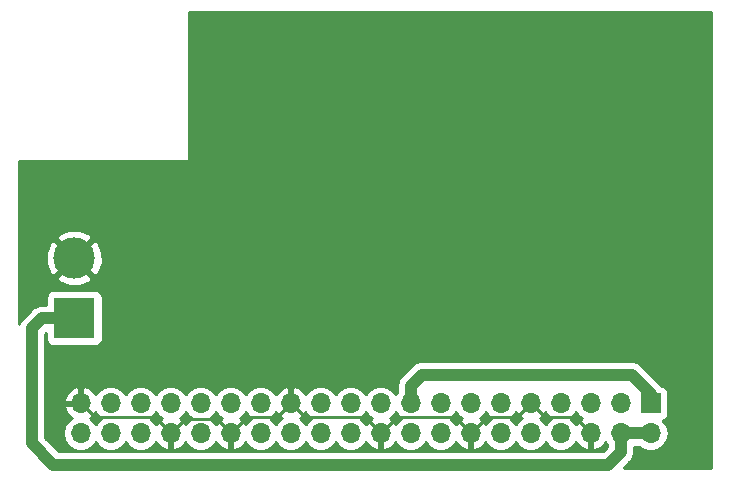
<source format=gbr>
G04 #@! TF.GenerationSoftware,KiCad,Pcbnew,(5.0.1-3-g963ef8bb5)*
G04 #@! TF.CreationDate,2018-11-19T18:06:17+01:00*
G04 #@! TF.ProjectId,wmbus_pihat,776D6275735F70696861742E6B696361,0.1*
G04 #@! TF.SameCoordinates,Original*
G04 #@! TF.FileFunction,Copper,L2,Bot,Signal*
G04 #@! TF.FilePolarity,Positive*
%FSLAX46Y46*%
G04 Gerber Fmt 4.6, Leading zero omitted, Abs format (unit mm)*
G04 Created by KiCad (PCBNEW (5.0.1-3-g963ef8bb5)) date Monday 19 November 2018 at 18:06:17*
%MOMM*%
%LPD*%
G01*
G04 APERTURE LIST*
G04 #@! TA.AperFunction,ComponentPad*
%ADD10R,3.500120X3.500120*%
G04 #@! TD*
G04 #@! TA.AperFunction,ComponentPad*
%ADD11C,3.500120*%
G04 #@! TD*
G04 #@! TA.AperFunction,ComponentPad*
%ADD12R,1.700000X1.700000*%
G04 #@! TD*
G04 #@! TA.AperFunction,ComponentPad*
%ADD13O,1.700000X1.700000*%
G04 #@! TD*
G04 #@! TA.AperFunction,Conductor*
%ADD14C,1.000000*%
G04 #@! TD*
G04 #@! TA.AperFunction,Conductor*
%ADD15C,0.250000*%
G04 #@! TD*
G04 #@! TA.AperFunction,Conductor*
%ADD16C,0.254000*%
G04 #@! TD*
G04 APERTURE END LIST*
D10*
G04 #@! TO.P,J2,1*
G04 #@! TO.N,+5V*
X22400000Y-43600000D03*
D11*
G04 #@! TO.P,J2,2*
G04 #@! TO.N,GND*
X22400000Y-38520000D03*
G04 #@! TD*
D12*
G04 #@! TO.P,J3,1*
G04 #@! TO.N,+3V3*
X71200000Y-50800000D03*
D13*
G04 #@! TO.P,J3,2*
G04 #@! TO.N,+5V*
X71200000Y-53340000D03*
G04 #@! TO.P,J3,3*
G04 #@! TO.N,Net-(J3-Pad3)*
X68660000Y-50800000D03*
G04 #@! TO.P,J3,4*
G04 #@! TO.N,+5V*
X68660000Y-53340000D03*
G04 #@! TO.P,J3,5*
G04 #@! TO.N,Net-(J3-Pad5)*
X66120000Y-50800000D03*
G04 #@! TO.P,J3,6*
G04 #@! TO.N,GND*
X66120000Y-53340000D03*
G04 #@! TO.P,J3,7*
G04 #@! TO.N,Net-(J3-Pad7)*
X63580000Y-50800000D03*
G04 #@! TO.P,J3,8*
G04 #@! TO.N,Net-(J3-Pad8)*
X63580000Y-53340000D03*
G04 #@! TO.P,J3,9*
G04 #@! TO.N,GND*
X61040000Y-50800000D03*
G04 #@! TO.P,J3,10*
G04 #@! TO.N,Net-(J3-Pad10)*
X61040000Y-53340000D03*
G04 #@! TO.P,J3,11*
G04 #@! TO.N,Net-(J3-Pad11)*
X58500000Y-50800000D03*
G04 #@! TO.P,J3,12*
G04 #@! TO.N,Net-(J3-Pad12)*
X58500000Y-53340000D03*
G04 #@! TO.P,J3,13*
G04 #@! TO.N,Net-(J3-Pad13)*
X55960000Y-50800000D03*
G04 #@! TO.P,J3,14*
G04 #@! TO.N,GND*
X55960000Y-53340000D03*
G04 #@! TO.P,J3,15*
G04 #@! TO.N,Net-(J3-Pad15)*
X53420000Y-50800000D03*
G04 #@! TO.P,J3,16*
G04 #@! TO.N,Net-(J3-Pad16)*
X53420000Y-53340000D03*
G04 #@! TO.P,J3,17*
G04 #@! TO.N,+3V3*
X50880000Y-50800000D03*
G04 #@! TO.P,J3,18*
G04 #@! TO.N,Net-(J3-Pad18)*
X50880000Y-53340000D03*
G04 #@! TO.P,J3,19*
G04 #@! TO.N,Net-(J3-Pad19)*
X48340000Y-50800000D03*
G04 #@! TO.P,J3,20*
G04 #@! TO.N,GND*
X48340000Y-53340000D03*
G04 #@! TO.P,J3,21*
G04 #@! TO.N,Net-(J3-Pad21)*
X45800000Y-50800000D03*
G04 #@! TO.P,J3,22*
G04 #@! TO.N,Net-(J3-Pad22)*
X45800000Y-53340000D03*
G04 #@! TO.P,J3,23*
G04 #@! TO.N,Net-(J3-Pad23)*
X43260000Y-50800000D03*
G04 #@! TO.P,J3,24*
G04 #@! TO.N,Net-(J3-Pad24)*
X43260000Y-53340000D03*
G04 #@! TO.P,J3,25*
G04 #@! TO.N,GND*
X40720000Y-50800000D03*
G04 #@! TO.P,J3,26*
G04 #@! TO.N,Net-(J3-Pad26)*
X40720000Y-53340000D03*
G04 #@! TO.P,J3,27*
G04 #@! TO.N,Net-(J3-Pad27)*
X38180000Y-50800000D03*
G04 #@! TO.P,J3,28*
G04 #@! TO.N,Net-(J3-Pad28)*
X38180000Y-53340000D03*
G04 #@! TO.P,J3,29*
G04 #@! TO.N,Net-(J3-Pad29)*
X35640000Y-50800000D03*
G04 #@! TO.P,J3,30*
G04 #@! TO.N,GND*
X35640000Y-53340000D03*
G04 #@! TO.P,J3,31*
G04 #@! TO.N,Net-(J3-Pad31)*
X33100000Y-50800000D03*
G04 #@! TO.P,J3,32*
G04 #@! TO.N,Net-(J3-Pad32)*
X33100000Y-53340000D03*
G04 #@! TO.P,J3,33*
G04 #@! TO.N,Net-(J3-Pad33)*
X30560000Y-50800000D03*
G04 #@! TO.P,J3,34*
G04 #@! TO.N,GND*
X30560000Y-53340000D03*
G04 #@! TO.P,J3,35*
G04 #@! TO.N,Net-(J3-Pad35)*
X28020000Y-50800000D03*
G04 #@! TO.P,J3,36*
G04 #@! TO.N,Net-(J3-Pad36)*
X28020000Y-53340000D03*
G04 #@! TO.P,J3,37*
G04 #@! TO.N,Net-(J3-Pad37)*
X25480000Y-50800000D03*
G04 #@! TO.P,J3,38*
G04 #@! TO.N,Net-(J3-Pad38)*
X25480000Y-53340000D03*
G04 #@! TO.P,J3,39*
G04 #@! TO.N,GND*
X22940000Y-50800000D03*
G04 #@! TO.P,J3,40*
G04 #@! TO.N,Net-(J3-Pad40)*
X22940000Y-53340000D03*
G04 #@! TD*
D14*
G04 #@! TO.N,+3V3*
X50880000Y-49320000D02*
X50880000Y-50800000D01*
X51800000Y-48400000D02*
X50880000Y-49320000D01*
X71200000Y-50000000D02*
X69600000Y-48400000D01*
X69600000Y-48400000D02*
X51800000Y-48400000D01*
X71200000Y-50800000D02*
X71200000Y-50000000D01*
D15*
G04 #@! TO.N,GND*
X22940000Y-50800000D02*
X22940000Y-48460000D01*
X22940000Y-48460000D02*
X25400000Y-46000000D01*
X25400000Y-41520000D02*
X22400000Y-38520000D01*
X25400000Y-46000000D02*
X25400000Y-41520000D01*
X61889999Y-51649999D02*
X61040000Y-50800000D01*
X62215001Y-51975001D02*
X61889999Y-51649999D01*
X64755001Y-51975001D02*
X62215001Y-51975001D01*
X66120000Y-53340000D02*
X64755001Y-51975001D01*
X56809999Y-52490001D02*
X55960000Y-53340000D01*
X57324999Y-51975001D02*
X56809999Y-52490001D01*
X59864999Y-51975001D02*
X57324999Y-51975001D01*
X61040000Y-50800000D02*
X59864999Y-51975001D01*
X49189999Y-52490001D02*
X48340000Y-53340000D01*
X49704999Y-51975001D02*
X49189999Y-52490001D01*
X54595001Y-51975001D02*
X49704999Y-51975001D01*
X55960000Y-53340000D02*
X54595001Y-51975001D01*
X41569999Y-51649999D02*
X40720000Y-50800000D01*
X41895001Y-51975001D02*
X41569999Y-51649999D01*
X46975001Y-51975001D02*
X41895001Y-51975001D01*
X48340000Y-53340000D02*
X46975001Y-51975001D01*
X36489999Y-52490001D02*
X35640000Y-53340000D01*
X37004999Y-51975001D02*
X36489999Y-52490001D01*
X39544999Y-51975001D02*
X37004999Y-51975001D01*
X40720000Y-50800000D02*
X39544999Y-51975001D01*
X31735001Y-52164999D02*
X31409999Y-52490001D01*
X34464999Y-52164999D02*
X31735001Y-52164999D01*
X31409999Y-52490001D02*
X30560000Y-53340000D01*
X35640000Y-53340000D02*
X34464999Y-52164999D01*
X29195001Y-51975001D02*
X29710001Y-52490001D01*
X29710001Y-52490001D02*
X30560000Y-53340000D01*
X24115001Y-51975001D02*
X29195001Y-51975001D01*
X22940000Y-50800000D02*
X24115001Y-51975001D01*
D14*
G04 #@! TO.N,+5V*
X19649940Y-43600000D02*
X18800000Y-44449940D01*
X22400000Y-43600000D02*
X19649940Y-43600000D01*
X18800000Y-44449940D02*
X18800000Y-54200000D01*
X18800000Y-54200000D02*
X20600000Y-56000000D01*
X20600000Y-56000000D02*
X67600000Y-56000000D01*
X68660000Y-54940000D02*
X68660000Y-53340000D01*
X67600000Y-56000000D02*
X68660000Y-54940000D01*
X68660000Y-53340000D02*
X71200000Y-53340000D01*
G04 #@! TD*
D16*
G04 #@! TO.N,GND*
G36*
X76290001Y-56290000D02*
X68915131Y-56290000D01*
X69383521Y-55821611D01*
X69478289Y-55758289D01*
X69729146Y-55382855D01*
X69795000Y-55051783D01*
X69795000Y-55051782D01*
X69817235Y-54940001D01*
X69795000Y-54828219D01*
X69795000Y-54475000D01*
X70225719Y-54475000D01*
X70620582Y-54738839D01*
X71053744Y-54825000D01*
X71346256Y-54825000D01*
X71779418Y-54738839D01*
X72270625Y-54410625D01*
X72598839Y-53919418D01*
X72714092Y-53340000D01*
X72598839Y-52760582D01*
X72270625Y-52269375D01*
X72252381Y-52257184D01*
X72297765Y-52248157D01*
X72507809Y-52107809D01*
X72648157Y-51897765D01*
X72697440Y-51650000D01*
X72697440Y-49950000D01*
X72648157Y-49702235D01*
X72507809Y-49492191D01*
X72297765Y-49351843D01*
X72106554Y-49313809D01*
X72018289Y-49181711D01*
X71923521Y-49118389D01*
X70481613Y-47676482D01*
X70418289Y-47581711D01*
X70042855Y-47330854D01*
X69711783Y-47265000D01*
X69600000Y-47242765D01*
X69488217Y-47265000D01*
X51911781Y-47265000D01*
X51799999Y-47242765D01*
X51688217Y-47265000D01*
X51357145Y-47330854D01*
X50981711Y-47581711D01*
X50918391Y-47676477D01*
X50156481Y-48438388D01*
X50061711Y-48501711D01*
X49810855Y-48877145D01*
X49810854Y-48877146D01*
X49722765Y-49320000D01*
X49745000Y-49431783D01*
X49745000Y-49825719D01*
X49610000Y-50027761D01*
X49410625Y-49729375D01*
X48919418Y-49401161D01*
X48486256Y-49315000D01*
X48193744Y-49315000D01*
X47760582Y-49401161D01*
X47269375Y-49729375D01*
X47070000Y-50027761D01*
X46870625Y-49729375D01*
X46379418Y-49401161D01*
X45946256Y-49315000D01*
X45653744Y-49315000D01*
X45220582Y-49401161D01*
X44729375Y-49729375D01*
X44530000Y-50027761D01*
X44330625Y-49729375D01*
X43839418Y-49401161D01*
X43406256Y-49315000D01*
X43113744Y-49315000D01*
X42680582Y-49401161D01*
X42189375Y-49729375D01*
X41976157Y-50048478D01*
X41915183Y-49918642D01*
X41486924Y-49528355D01*
X41076890Y-49358524D01*
X40847000Y-49479845D01*
X40847000Y-50673000D01*
X40867000Y-50673000D01*
X40867000Y-50927000D01*
X40847000Y-50927000D01*
X40847000Y-50947000D01*
X40593000Y-50947000D01*
X40593000Y-50927000D01*
X40573000Y-50927000D01*
X40573000Y-50673000D01*
X40593000Y-50673000D01*
X40593000Y-49479845D01*
X40363110Y-49358524D01*
X39953076Y-49528355D01*
X39524817Y-49918642D01*
X39463843Y-50048478D01*
X39250625Y-49729375D01*
X38759418Y-49401161D01*
X38326256Y-49315000D01*
X38033744Y-49315000D01*
X37600582Y-49401161D01*
X37109375Y-49729375D01*
X36910000Y-50027761D01*
X36710625Y-49729375D01*
X36219418Y-49401161D01*
X35786256Y-49315000D01*
X35493744Y-49315000D01*
X35060582Y-49401161D01*
X34569375Y-49729375D01*
X34370000Y-50027761D01*
X34170625Y-49729375D01*
X33679418Y-49401161D01*
X33246256Y-49315000D01*
X32953744Y-49315000D01*
X32520582Y-49401161D01*
X32029375Y-49729375D01*
X31830000Y-50027761D01*
X31630625Y-49729375D01*
X31139418Y-49401161D01*
X30706256Y-49315000D01*
X30413744Y-49315000D01*
X29980582Y-49401161D01*
X29489375Y-49729375D01*
X29290000Y-50027761D01*
X29090625Y-49729375D01*
X28599418Y-49401161D01*
X28166256Y-49315000D01*
X27873744Y-49315000D01*
X27440582Y-49401161D01*
X26949375Y-49729375D01*
X26750000Y-50027761D01*
X26550625Y-49729375D01*
X26059418Y-49401161D01*
X25626256Y-49315000D01*
X25333744Y-49315000D01*
X24900582Y-49401161D01*
X24409375Y-49729375D01*
X24196157Y-50048478D01*
X24135183Y-49918642D01*
X23706924Y-49528355D01*
X23296890Y-49358524D01*
X23067000Y-49479845D01*
X23067000Y-50673000D01*
X23087000Y-50673000D01*
X23087000Y-50927000D01*
X23067000Y-50927000D01*
X23067000Y-50947000D01*
X22813000Y-50947000D01*
X22813000Y-50927000D01*
X21619181Y-50927000D01*
X21498514Y-51156892D01*
X21744817Y-51681358D01*
X22169786Y-52068647D01*
X21869375Y-52269375D01*
X21541161Y-52760582D01*
X21425908Y-53340000D01*
X21541161Y-53919418D01*
X21869375Y-54410625D01*
X22360582Y-54738839D01*
X22793744Y-54825000D01*
X23086256Y-54825000D01*
X23519418Y-54738839D01*
X24010625Y-54410625D01*
X24210000Y-54112239D01*
X24409375Y-54410625D01*
X24900582Y-54738839D01*
X25333744Y-54825000D01*
X25626256Y-54825000D01*
X26059418Y-54738839D01*
X26550625Y-54410625D01*
X26750000Y-54112239D01*
X26949375Y-54410625D01*
X27440582Y-54738839D01*
X27873744Y-54825000D01*
X28166256Y-54825000D01*
X28599418Y-54738839D01*
X29090625Y-54410625D01*
X29303843Y-54091522D01*
X29364817Y-54221358D01*
X29793076Y-54611645D01*
X30203110Y-54781476D01*
X30433000Y-54660155D01*
X30433000Y-53467000D01*
X30413000Y-53467000D01*
X30413000Y-53213000D01*
X30433000Y-53213000D01*
X30433000Y-53193000D01*
X30687000Y-53193000D01*
X30687000Y-53213000D01*
X30707000Y-53213000D01*
X30707000Y-53467000D01*
X30687000Y-53467000D01*
X30687000Y-54660155D01*
X30916890Y-54781476D01*
X31326924Y-54611645D01*
X31755183Y-54221358D01*
X31816157Y-54091522D01*
X32029375Y-54410625D01*
X32520582Y-54738839D01*
X32953744Y-54825000D01*
X33246256Y-54825000D01*
X33679418Y-54738839D01*
X34170625Y-54410625D01*
X34383843Y-54091522D01*
X34444817Y-54221358D01*
X34873076Y-54611645D01*
X35283110Y-54781476D01*
X35513000Y-54660155D01*
X35513000Y-53467000D01*
X35493000Y-53467000D01*
X35493000Y-53213000D01*
X35513000Y-53213000D01*
X35513000Y-53193000D01*
X35767000Y-53193000D01*
X35767000Y-53213000D01*
X35787000Y-53213000D01*
X35787000Y-53467000D01*
X35767000Y-53467000D01*
X35767000Y-54660155D01*
X35996890Y-54781476D01*
X36406924Y-54611645D01*
X36835183Y-54221358D01*
X36896157Y-54091522D01*
X37109375Y-54410625D01*
X37600582Y-54738839D01*
X38033744Y-54825000D01*
X38326256Y-54825000D01*
X38759418Y-54738839D01*
X39250625Y-54410625D01*
X39450000Y-54112239D01*
X39649375Y-54410625D01*
X40140582Y-54738839D01*
X40573744Y-54825000D01*
X40866256Y-54825000D01*
X41299418Y-54738839D01*
X41790625Y-54410625D01*
X41990000Y-54112239D01*
X42189375Y-54410625D01*
X42680582Y-54738839D01*
X43113744Y-54825000D01*
X43406256Y-54825000D01*
X43839418Y-54738839D01*
X44330625Y-54410625D01*
X44530000Y-54112239D01*
X44729375Y-54410625D01*
X45220582Y-54738839D01*
X45653744Y-54825000D01*
X45946256Y-54825000D01*
X46379418Y-54738839D01*
X46870625Y-54410625D01*
X47083843Y-54091522D01*
X47144817Y-54221358D01*
X47573076Y-54611645D01*
X47983110Y-54781476D01*
X48213000Y-54660155D01*
X48213000Y-53467000D01*
X48193000Y-53467000D01*
X48193000Y-53213000D01*
X48213000Y-53213000D01*
X48213000Y-53193000D01*
X48467000Y-53193000D01*
X48467000Y-53213000D01*
X48487000Y-53213000D01*
X48487000Y-53467000D01*
X48467000Y-53467000D01*
X48467000Y-54660155D01*
X48696890Y-54781476D01*
X49106924Y-54611645D01*
X49535183Y-54221358D01*
X49596157Y-54091522D01*
X49809375Y-54410625D01*
X50300582Y-54738839D01*
X50733744Y-54825000D01*
X51026256Y-54825000D01*
X51459418Y-54738839D01*
X51950625Y-54410625D01*
X52150000Y-54112239D01*
X52349375Y-54410625D01*
X52840582Y-54738839D01*
X53273744Y-54825000D01*
X53566256Y-54825000D01*
X53999418Y-54738839D01*
X54490625Y-54410625D01*
X54703843Y-54091522D01*
X54764817Y-54221358D01*
X55193076Y-54611645D01*
X55603110Y-54781476D01*
X55833000Y-54660155D01*
X55833000Y-53467000D01*
X55813000Y-53467000D01*
X55813000Y-53213000D01*
X55833000Y-53213000D01*
X55833000Y-53193000D01*
X56087000Y-53193000D01*
X56087000Y-53213000D01*
X56107000Y-53213000D01*
X56107000Y-53467000D01*
X56087000Y-53467000D01*
X56087000Y-54660155D01*
X56316890Y-54781476D01*
X56726924Y-54611645D01*
X57155183Y-54221358D01*
X57216157Y-54091522D01*
X57429375Y-54410625D01*
X57920582Y-54738839D01*
X58353744Y-54825000D01*
X58646256Y-54825000D01*
X59079418Y-54738839D01*
X59570625Y-54410625D01*
X59770000Y-54112239D01*
X59969375Y-54410625D01*
X60460582Y-54738839D01*
X60893744Y-54825000D01*
X61186256Y-54825000D01*
X61619418Y-54738839D01*
X62110625Y-54410625D01*
X62310000Y-54112239D01*
X62509375Y-54410625D01*
X63000582Y-54738839D01*
X63433744Y-54825000D01*
X63726256Y-54825000D01*
X64159418Y-54738839D01*
X64650625Y-54410625D01*
X64863843Y-54091522D01*
X64924817Y-54221358D01*
X65353076Y-54611645D01*
X65763110Y-54781476D01*
X65993000Y-54660155D01*
X65993000Y-53467000D01*
X65973000Y-53467000D01*
X65973000Y-53213000D01*
X65993000Y-53213000D01*
X65993000Y-53193000D01*
X66247000Y-53193000D01*
X66247000Y-53213000D01*
X66267000Y-53213000D01*
X66267000Y-53467000D01*
X66247000Y-53467000D01*
X66247000Y-54660155D01*
X66476890Y-54781476D01*
X66886924Y-54611645D01*
X67315183Y-54221358D01*
X67376157Y-54091522D01*
X67525000Y-54314281D01*
X67525000Y-54469868D01*
X67129869Y-54865000D01*
X21070132Y-54865000D01*
X19935000Y-53729869D01*
X19935000Y-50443108D01*
X21498514Y-50443108D01*
X21619181Y-50673000D01*
X22813000Y-50673000D01*
X22813000Y-49479845D01*
X22583110Y-49358524D01*
X22173076Y-49528355D01*
X21744817Y-49918642D01*
X21498514Y-50443108D01*
X19935000Y-50443108D01*
X19935000Y-44920071D01*
X20002500Y-44852571D01*
X20002500Y-45350060D01*
X20051783Y-45597825D01*
X20192131Y-45807869D01*
X20402175Y-45948217D01*
X20649940Y-45997500D01*
X24150060Y-45997500D01*
X24397825Y-45948217D01*
X24607869Y-45807869D01*
X24748217Y-45597825D01*
X24797500Y-45350060D01*
X24797500Y-41849940D01*
X24748217Y-41602175D01*
X24607869Y-41392131D01*
X24397825Y-41251783D01*
X24150060Y-41202500D01*
X20649940Y-41202500D01*
X20402175Y-41251783D01*
X20192131Y-41392131D01*
X20051783Y-41602175D01*
X20002500Y-41849940D01*
X20002500Y-42465000D01*
X19761723Y-42465000D01*
X19649940Y-42442765D01*
X19538157Y-42465000D01*
X19207085Y-42530854D01*
X18831651Y-42781711D01*
X18768329Y-42876479D01*
X18076481Y-43568327D01*
X17981711Y-43631651D01*
X17730855Y-44007085D01*
X17730854Y-44007086D01*
X17710000Y-44111926D01*
X17710000Y-40214571D01*
X20885034Y-40214571D01*
X21075328Y-40559319D01*
X21956576Y-40911015D01*
X22905332Y-40898701D01*
X23724672Y-40559319D01*
X23914966Y-40214571D01*
X22400000Y-38699605D01*
X20885034Y-40214571D01*
X17710000Y-40214571D01*
X17710000Y-38076576D01*
X20008985Y-38076576D01*
X20021299Y-39025332D01*
X20360681Y-39844672D01*
X20705429Y-40034966D01*
X22220395Y-38520000D01*
X22579605Y-38520000D01*
X24094571Y-40034966D01*
X24439319Y-39844672D01*
X24791015Y-38963424D01*
X24778701Y-38014668D01*
X24439319Y-37195328D01*
X24094571Y-37005034D01*
X22579605Y-38520000D01*
X22220395Y-38520000D01*
X20705429Y-37005034D01*
X20360681Y-37195328D01*
X20008985Y-38076576D01*
X17710000Y-38076576D01*
X17710000Y-36825429D01*
X20885034Y-36825429D01*
X22400000Y-38340395D01*
X23914966Y-36825429D01*
X23724672Y-36480681D01*
X22843424Y-36128985D01*
X21894668Y-36141299D01*
X21075328Y-36480681D01*
X20885034Y-36825429D01*
X17710000Y-36825429D01*
X17710000Y-30327000D01*
X32000000Y-30327000D01*
X32048601Y-30317333D01*
X32089803Y-30289803D01*
X32117333Y-30248601D01*
X32127000Y-30200000D01*
X32127000Y-17710000D01*
X76290000Y-17710000D01*
X76290001Y-56290000D01*
X76290001Y-56290000D01*
G37*
X76290001Y-56290000D02*
X68915131Y-56290000D01*
X69383521Y-55821611D01*
X69478289Y-55758289D01*
X69729146Y-55382855D01*
X69795000Y-55051783D01*
X69795000Y-55051782D01*
X69817235Y-54940001D01*
X69795000Y-54828219D01*
X69795000Y-54475000D01*
X70225719Y-54475000D01*
X70620582Y-54738839D01*
X71053744Y-54825000D01*
X71346256Y-54825000D01*
X71779418Y-54738839D01*
X72270625Y-54410625D01*
X72598839Y-53919418D01*
X72714092Y-53340000D01*
X72598839Y-52760582D01*
X72270625Y-52269375D01*
X72252381Y-52257184D01*
X72297765Y-52248157D01*
X72507809Y-52107809D01*
X72648157Y-51897765D01*
X72697440Y-51650000D01*
X72697440Y-49950000D01*
X72648157Y-49702235D01*
X72507809Y-49492191D01*
X72297765Y-49351843D01*
X72106554Y-49313809D01*
X72018289Y-49181711D01*
X71923521Y-49118389D01*
X70481613Y-47676482D01*
X70418289Y-47581711D01*
X70042855Y-47330854D01*
X69711783Y-47265000D01*
X69600000Y-47242765D01*
X69488217Y-47265000D01*
X51911781Y-47265000D01*
X51799999Y-47242765D01*
X51688217Y-47265000D01*
X51357145Y-47330854D01*
X50981711Y-47581711D01*
X50918391Y-47676477D01*
X50156481Y-48438388D01*
X50061711Y-48501711D01*
X49810855Y-48877145D01*
X49810854Y-48877146D01*
X49722765Y-49320000D01*
X49745000Y-49431783D01*
X49745000Y-49825719D01*
X49610000Y-50027761D01*
X49410625Y-49729375D01*
X48919418Y-49401161D01*
X48486256Y-49315000D01*
X48193744Y-49315000D01*
X47760582Y-49401161D01*
X47269375Y-49729375D01*
X47070000Y-50027761D01*
X46870625Y-49729375D01*
X46379418Y-49401161D01*
X45946256Y-49315000D01*
X45653744Y-49315000D01*
X45220582Y-49401161D01*
X44729375Y-49729375D01*
X44530000Y-50027761D01*
X44330625Y-49729375D01*
X43839418Y-49401161D01*
X43406256Y-49315000D01*
X43113744Y-49315000D01*
X42680582Y-49401161D01*
X42189375Y-49729375D01*
X41976157Y-50048478D01*
X41915183Y-49918642D01*
X41486924Y-49528355D01*
X41076890Y-49358524D01*
X40847000Y-49479845D01*
X40847000Y-50673000D01*
X40867000Y-50673000D01*
X40867000Y-50927000D01*
X40847000Y-50927000D01*
X40847000Y-50947000D01*
X40593000Y-50947000D01*
X40593000Y-50927000D01*
X40573000Y-50927000D01*
X40573000Y-50673000D01*
X40593000Y-50673000D01*
X40593000Y-49479845D01*
X40363110Y-49358524D01*
X39953076Y-49528355D01*
X39524817Y-49918642D01*
X39463843Y-50048478D01*
X39250625Y-49729375D01*
X38759418Y-49401161D01*
X38326256Y-49315000D01*
X38033744Y-49315000D01*
X37600582Y-49401161D01*
X37109375Y-49729375D01*
X36910000Y-50027761D01*
X36710625Y-49729375D01*
X36219418Y-49401161D01*
X35786256Y-49315000D01*
X35493744Y-49315000D01*
X35060582Y-49401161D01*
X34569375Y-49729375D01*
X34370000Y-50027761D01*
X34170625Y-49729375D01*
X33679418Y-49401161D01*
X33246256Y-49315000D01*
X32953744Y-49315000D01*
X32520582Y-49401161D01*
X32029375Y-49729375D01*
X31830000Y-50027761D01*
X31630625Y-49729375D01*
X31139418Y-49401161D01*
X30706256Y-49315000D01*
X30413744Y-49315000D01*
X29980582Y-49401161D01*
X29489375Y-49729375D01*
X29290000Y-50027761D01*
X29090625Y-49729375D01*
X28599418Y-49401161D01*
X28166256Y-49315000D01*
X27873744Y-49315000D01*
X27440582Y-49401161D01*
X26949375Y-49729375D01*
X26750000Y-50027761D01*
X26550625Y-49729375D01*
X26059418Y-49401161D01*
X25626256Y-49315000D01*
X25333744Y-49315000D01*
X24900582Y-49401161D01*
X24409375Y-49729375D01*
X24196157Y-50048478D01*
X24135183Y-49918642D01*
X23706924Y-49528355D01*
X23296890Y-49358524D01*
X23067000Y-49479845D01*
X23067000Y-50673000D01*
X23087000Y-50673000D01*
X23087000Y-50927000D01*
X23067000Y-50927000D01*
X23067000Y-50947000D01*
X22813000Y-50947000D01*
X22813000Y-50927000D01*
X21619181Y-50927000D01*
X21498514Y-51156892D01*
X21744817Y-51681358D01*
X22169786Y-52068647D01*
X21869375Y-52269375D01*
X21541161Y-52760582D01*
X21425908Y-53340000D01*
X21541161Y-53919418D01*
X21869375Y-54410625D01*
X22360582Y-54738839D01*
X22793744Y-54825000D01*
X23086256Y-54825000D01*
X23519418Y-54738839D01*
X24010625Y-54410625D01*
X24210000Y-54112239D01*
X24409375Y-54410625D01*
X24900582Y-54738839D01*
X25333744Y-54825000D01*
X25626256Y-54825000D01*
X26059418Y-54738839D01*
X26550625Y-54410625D01*
X26750000Y-54112239D01*
X26949375Y-54410625D01*
X27440582Y-54738839D01*
X27873744Y-54825000D01*
X28166256Y-54825000D01*
X28599418Y-54738839D01*
X29090625Y-54410625D01*
X29303843Y-54091522D01*
X29364817Y-54221358D01*
X29793076Y-54611645D01*
X30203110Y-54781476D01*
X30433000Y-54660155D01*
X30433000Y-53467000D01*
X30413000Y-53467000D01*
X30413000Y-53213000D01*
X30433000Y-53213000D01*
X30433000Y-53193000D01*
X30687000Y-53193000D01*
X30687000Y-53213000D01*
X30707000Y-53213000D01*
X30707000Y-53467000D01*
X30687000Y-53467000D01*
X30687000Y-54660155D01*
X30916890Y-54781476D01*
X31326924Y-54611645D01*
X31755183Y-54221358D01*
X31816157Y-54091522D01*
X32029375Y-54410625D01*
X32520582Y-54738839D01*
X32953744Y-54825000D01*
X33246256Y-54825000D01*
X33679418Y-54738839D01*
X34170625Y-54410625D01*
X34383843Y-54091522D01*
X34444817Y-54221358D01*
X34873076Y-54611645D01*
X35283110Y-54781476D01*
X35513000Y-54660155D01*
X35513000Y-53467000D01*
X35493000Y-53467000D01*
X35493000Y-53213000D01*
X35513000Y-53213000D01*
X35513000Y-53193000D01*
X35767000Y-53193000D01*
X35767000Y-53213000D01*
X35787000Y-53213000D01*
X35787000Y-53467000D01*
X35767000Y-53467000D01*
X35767000Y-54660155D01*
X35996890Y-54781476D01*
X36406924Y-54611645D01*
X36835183Y-54221358D01*
X36896157Y-54091522D01*
X37109375Y-54410625D01*
X37600582Y-54738839D01*
X38033744Y-54825000D01*
X38326256Y-54825000D01*
X38759418Y-54738839D01*
X39250625Y-54410625D01*
X39450000Y-54112239D01*
X39649375Y-54410625D01*
X40140582Y-54738839D01*
X40573744Y-54825000D01*
X40866256Y-54825000D01*
X41299418Y-54738839D01*
X41790625Y-54410625D01*
X41990000Y-54112239D01*
X42189375Y-54410625D01*
X42680582Y-54738839D01*
X43113744Y-54825000D01*
X43406256Y-54825000D01*
X43839418Y-54738839D01*
X44330625Y-54410625D01*
X44530000Y-54112239D01*
X44729375Y-54410625D01*
X45220582Y-54738839D01*
X45653744Y-54825000D01*
X45946256Y-54825000D01*
X46379418Y-54738839D01*
X46870625Y-54410625D01*
X47083843Y-54091522D01*
X47144817Y-54221358D01*
X47573076Y-54611645D01*
X47983110Y-54781476D01*
X48213000Y-54660155D01*
X48213000Y-53467000D01*
X48193000Y-53467000D01*
X48193000Y-53213000D01*
X48213000Y-53213000D01*
X48213000Y-53193000D01*
X48467000Y-53193000D01*
X48467000Y-53213000D01*
X48487000Y-53213000D01*
X48487000Y-53467000D01*
X48467000Y-53467000D01*
X48467000Y-54660155D01*
X48696890Y-54781476D01*
X49106924Y-54611645D01*
X49535183Y-54221358D01*
X49596157Y-54091522D01*
X49809375Y-54410625D01*
X50300582Y-54738839D01*
X50733744Y-54825000D01*
X51026256Y-54825000D01*
X51459418Y-54738839D01*
X51950625Y-54410625D01*
X52150000Y-54112239D01*
X52349375Y-54410625D01*
X52840582Y-54738839D01*
X53273744Y-54825000D01*
X53566256Y-54825000D01*
X53999418Y-54738839D01*
X54490625Y-54410625D01*
X54703843Y-54091522D01*
X54764817Y-54221358D01*
X55193076Y-54611645D01*
X55603110Y-54781476D01*
X55833000Y-54660155D01*
X55833000Y-53467000D01*
X55813000Y-53467000D01*
X55813000Y-53213000D01*
X55833000Y-53213000D01*
X55833000Y-53193000D01*
X56087000Y-53193000D01*
X56087000Y-53213000D01*
X56107000Y-53213000D01*
X56107000Y-53467000D01*
X56087000Y-53467000D01*
X56087000Y-54660155D01*
X56316890Y-54781476D01*
X56726924Y-54611645D01*
X57155183Y-54221358D01*
X57216157Y-54091522D01*
X57429375Y-54410625D01*
X57920582Y-54738839D01*
X58353744Y-54825000D01*
X58646256Y-54825000D01*
X59079418Y-54738839D01*
X59570625Y-54410625D01*
X59770000Y-54112239D01*
X59969375Y-54410625D01*
X60460582Y-54738839D01*
X60893744Y-54825000D01*
X61186256Y-54825000D01*
X61619418Y-54738839D01*
X62110625Y-54410625D01*
X62310000Y-54112239D01*
X62509375Y-54410625D01*
X63000582Y-54738839D01*
X63433744Y-54825000D01*
X63726256Y-54825000D01*
X64159418Y-54738839D01*
X64650625Y-54410625D01*
X64863843Y-54091522D01*
X64924817Y-54221358D01*
X65353076Y-54611645D01*
X65763110Y-54781476D01*
X65993000Y-54660155D01*
X65993000Y-53467000D01*
X65973000Y-53467000D01*
X65973000Y-53213000D01*
X65993000Y-53213000D01*
X65993000Y-53193000D01*
X66247000Y-53193000D01*
X66247000Y-53213000D01*
X66267000Y-53213000D01*
X66267000Y-53467000D01*
X66247000Y-53467000D01*
X66247000Y-54660155D01*
X66476890Y-54781476D01*
X66886924Y-54611645D01*
X67315183Y-54221358D01*
X67376157Y-54091522D01*
X67525000Y-54314281D01*
X67525000Y-54469868D01*
X67129869Y-54865000D01*
X21070132Y-54865000D01*
X19935000Y-53729869D01*
X19935000Y-50443108D01*
X21498514Y-50443108D01*
X21619181Y-50673000D01*
X22813000Y-50673000D01*
X22813000Y-49479845D01*
X22583110Y-49358524D01*
X22173076Y-49528355D01*
X21744817Y-49918642D01*
X21498514Y-50443108D01*
X19935000Y-50443108D01*
X19935000Y-44920071D01*
X20002500Y-44852571D01*
X20002500Y-45350060D01*
X20051783Y-45597825D01*
X20192131Y-45807869D01*
X20402175Y-45948217D01*
X20649940Y-45997500D01*
X24150060Y-45997500D01*
X24397825Y-45948217D01*
X24607869Y-45807869D01*
X24748217Y-45597825D01*
X24797500Y-45350060D01*
X24797500Y-41849940D01*
X24748217Y-41602175D01*
X24607869Y-41392131D01*
X24397825Y-41251783D01*
X24150060Y-41202500D01*
X20649940Y-41202500D01*
X20402175Y-41251783D01*
X20192131Y-41392131D01*
X20051783Y-41602175D01*
X20002500Y-41849940D01*
X20002500Y-42465000D01*
X19761723Y-42465000D01*
X19649940Y-42442765D01*
X19538157Y-42465000D01*
X19207085Y-42530854D01*
X18831651Y-42781711D01*
X18768329Y-42876479D01*
X18076481Y-43568327D01*
X17981711Y-43631651D01*
X17730855Y-44007085D01*
X17730854Y-44007086D01*
X17710000Y-44111926D01*
X17710000Y-40214571D01*
X20885034Y-40214571D01*
X21075328Y-40559319D01*
X21956576Y-40911015D01*
X22905332Y-40898701D01*
X23724672Y-40559319D01*
X23914966Y-40214571D01*
X22400000Y-38699605D01*
X20885034Y-40214571D01*
X17710000Y-40214571D01*
X17710000Y-38076576D01*
X20008985Y-38076576D01*
X20021299Y-39025332D01*
X20360681Y-39844672D01*
X20705429Y-40034966D01*
X22220395Y-38520000D01*
X22579605Y-38520000D01*
X24094571Y-40034966D01*
X24439319Y-39844672D01*
X24791015Y-38963424D01*
X24778701Y-38014668D01*
X24439319Y-37195328D01*
X24094571Y-37005034D01*
X22579605Y-38520000D01*
X22220395Y-38520000D01*
X20705429Y-37005034D01*
X20360681Y-37195328D01*
X20008985Y-38076576D01*
X17710000Y-38076576D01*
X17710000Y-36825429D01*
X20885034Y-36825429D01*
X22400000Y-38340395D01*
X23914966Y-36825429D01*
X23724672Y-36480681D01*
X22843424Y-36128985D01*
X21894668Y-36141299D01*
X21075328Y-36480681D01*
X20885034Y-36825429D01*
X17710000Y-36825429D01*
X17710000Y-30327000D01*
X32000000Y-30327000D01*
X32048601Y-30317333D01*
X32089803Y-30289803D01*
X32117333Y-30248601D01*
X32127000Y-30200000D01*
X32127000Y-17710000D01*
X76290000Y-17710000D01*
X76290001Y-56290000D01*
G36*
X47269375Y-51870625D02*
X47569786Y-52071353D01*
X47144817Y-52458642D01*
X47083843Y-52588478D01*
X46870625Y-52269375D01*
X46572239Y-52070000D01*
X46870625Y-51870625D01*
X47070000Y-51572239D01*
X47269375Y-51870625D01*
X47269375Y-51870625D01*
G37*
X47269375Y-51870625D02*
X47569786Y-52071353D01*
X47144817Y-52458642D01*
X47083843Y-52588478D01*
X46870625Y-52269375D01*
X46572239Y-52070000D01*
X46870625Y-51870625D01*
X47070000Y-51572239D01*
X47269375Y-51870625D01*
G36*
X49809375Y-51870625D02*
X50107761Y-52070000D01*
X49809375Y-52269375D01*
X49596157Y-52588478D01*
X49535183Y-52458642D01*
X49110214Y-52071353D01*
X49410625Y-51870625D01*
X49610000Y-51572239D01*
X49809375Y-51870625D01*
X49809375Y-51870625D01*
G37*
X49809375Y-51870625D02*
X50107761Y-52070000D01*
X49809375Y-52269375D01*
X49596157Y-52588478D01*
X49535183Y-52458642D01*
X49110214Y-52071353D01*
X49410625Y-51870625D01*
X49610000Y-51572239D01*
X49809375Y-51870625D01*
G36*
X54889375Y-51870625D02*
X55189786Y-52071353D01*
X54764817Y-52458642D01*
X54703843Y-52588478D01*
X54490625Y-52269375D01*
X54192239Y-52070000D01*
X54490625Y-51870625D01*
X54690000Y-51572239D01*
X54889375Y-51870625D01*
X54889375Y-51870625D01*
G37*
X54889375Y-51870625D02*
X55189786Y-52071353D01*
X54764817Y-52458642D01*
X54703843Y-52588478D01*
X54490625Y-52269375D01*
X54192239Y-52070000D01*
X54490625Y-51870625D01*
X54690000Y-51572239D01*
X54889375Y-51870625D01*
G36*
X57429375Y-51870625D02*
X57727761Y-52070000D01*
X57429375Y-52269375D01*
X57216157Y-52588478D01*
X57155183Y-52458642D01*
X56730214Y-52071353D01*
X57030625Y-51870625D01*
X57230000Y-51572239D01*
X57429375Y-51870625D01*
X57429375Y-51870625D01*
G37*
X57429375Y-51870625D02*
X57727761Y-52070000D01*
X57429375Y-52269375D01*
X57216157Y-52588478D01*
X57155183Y-52458642D01*
X56730214Y-52071353D01*
X57030625Y-51870625D01*
X57230000Y-51572239D01*
X57429375Y-51870625D01*
G36*
X65049375Y-51870625D02*
X65349786Y-52071353D01*
X64924817Y-52458642D01*
X64863843Y-52588478D01*
X64650625Y-52269375D01*
X64352239Y-52070000D01*
X64650625Y-51870625D01*
X64850000Y-51572239D01*
X65049375Y-51870625D01*
X65049375Y-51870625D01*
G37*
X65049375Y-51870625D02*
X65349786Y-52071353D01*
X64924817Y-52458642D01*
X64863843Y-52588478D01*
X64650625Y-52269375D01*
X64352239Y-52070000D01*
X64650625Y-51870625D01*
X64850000Y-51572239D01*
X65049375Y-51870625D01*
G36*
X37109375Y-51870625D02*
X37407761Y-52070000D01*
X37109375Y-52269375D01*
X36896157Y-52588478D01*
X36835183Y-52458642D01*
X36410214Y-52071353D01*
X36710625Y-51870625D01*
X36910000Y-51572239D01*
X37109375Y-51870625D01*
X37109375Y-51870625D01*
G37*
X37109375Y-51870625D02*
X37407761Y-52070000D01*
X37109375Y-52269375D01*
X36896157Y-52588478D01*
X36835183Y-52458642D01*
X36410214Y-52071353D01*
X36710625Y-51870625D01*
X36910000Y-51572239D01*
X37109375Y-51870625D01*
G36*
X34569375Y-51870625D02*
X34869786Y-52071353D01*
X34444817Y-52458642D01*
X34383843Y-52588478D01*
X34170625Y-52269375D01*
X33872239Y-52070000D01*
X34170625Y-51870625D01*
X34370000Y-51572239D01*
X34569375Y-51870625D01*
X34569375Y-51870625D01*
G37*
X34569375Y-51870625D02*
X34869786Y-52071353D01*
X34444817Y-52458642D01*
X34383843Y-52588478D01*
X34170625Y-52269375D01*
X33872239Y-52070000D01*
X34170625Y-51870625D01*
X34370000Y-51572239D01*
X34569375Y-51870625D01*
G36*
X32029375Y-51870625D02*
X32327761Y-52070000D01*
X32029375Y-52269375D01*
X31816157Y-52588478D01*
X31755183Y-52458642D01*
X31330214Y-52071353D01*
X31630625Y-51870625D01*
X31830000Y-51572239D01*
X32029375Y-51870625D01*
X32029375Y-51870625D01*
G37*
X32029375Y-51870625D02*
X32327761Y-52070000D01*
X32029375Y-52269375D01*
X31816157Y-52588478D01*
X31755183Y-52458642D01*
X31330214Y-52071353D01*
X31630625Y-51870625D01*
X31830000Y-51572239D01*
X32029375Y-51870625D01*
G36*
X29489375Y-51870625D02*
X29789786Y-52071353D01*
X29364817Y-52458642D01*
X29303843Y-52588478D01*
X29090625Y-52269375D01*
X28792239Y-52070000D01*
X29090625Y-51870625D01*
X29290000Y-51572239D01*
X29489375Y-51870625D01*
X29489375Y-51870625D01*
G37*
X29489375Y-51870625D02*
X29789786Y-52071353D01*
X29364817Y-52458642D01*
X29303843Y-52588478D01*
X29090625Y-52269375D01*
X28792239Y-52070000D01*
X29090625Y-51870625D01*
X29290000Y-51572239D01*
X29489375Y-51870625D01*
G36*
X39524817Y-51681358D02*
X39949786Y-52068647D01*
X39649375Y-52269375D01*
X39450000Y-52567761D01*
X39250625Y-52269375D01*
X38952239Y-52070000D01*
X39250625Y-51870625D01*
X39463843Y-51551522D01*
X39524817Y-51681358D01*
X39524817Y-51681358D01*
G37*
X39524817Y-51681358D02*
X39949786Y-52068647D01*
X39649375Y-52269375D01*
X39450000Y-52567761D01*
X39250625Y-52269375D01*
X38952239Y-52070000D01*
X39250625Y-51870625D01*
X39463843Y-51551522D01*
X39524817Y-51681358D01*
G36*
X42189375Y-51870625D02*
X42487761Y-52070000D01*
X42189375Y-52269375D01*
X41990000Y-52567761D01*
X41790625Y-52269375D01*
X41490214Y-52068647D01*
X41915183Y-51681358D01*
X41976157Y-51551522D01*
X42189375Y-51870625D01*
X42189375Y-51870625D01*
G37*
X42189375Y-51870625D02*
X42487761Y-52070000D01*
X42189375Y-52269375D01*
X41990000Y-52567761D01*
X41790625Y-52269375D01*
X41490214Y-52068647D01*
X41915183Y-51681358D01*
X41976157Y-51551522D01*
X42189375Y-51870625D01*
G36*
X59844817Y-51681358D02*
X60269786Y-52068647D01*
X59969375Y-52269375D01*
X59770000Y-52567761D01*
X59570625Y-52269375D01*
X59272239Y-52070000D01*
X59570625Y-51870625D01*
X59783843Y-51551522D01*
X59844817Y-51681358D01*
X59844817Y-51681358D01*
G37*
X59844817Y-51681358D02*
X60269786Y-52068647D01*
X59969375Y-52269375D01*
X59770000Y-52567761D01*
X59570625Y-52269375D01*
X59272239Y-52070000D01*
X59570625Y-51870625D01*
X59783843Y-51551522D01*
X59844817Y-51681358D01*
G36*
X24409375Y-51870625D02*
X24707761Y-52070000D01*
X24409375Y-52269375D01*
X24210000Y-52567761D01*
X24010625Y-52269375D01*
X23710214Y-52068647D01*
X24135183Y-51681358D01*
X24196157Y-51551522D01*
X24409375Y-51870625D01*
X24409375Y-51870625D01*
G37*
X24409375Y-51870625D02*
X24707761Y-52070000D01*
X24409375Y-52269375D01*
X24210000Y-52567761D01*
X24010625Y-52269375D01*
X23710214Y-52068647D01*
X24135183Y-51681358D01*
X24196157Y-51551522D01*
X24409375Y-51870625D01*
G36*
X62509375Y-51870625D02*
X62807761Y-52070000D01*
X62509375Y-52269375D01*
X62310000Y-52567761D01*
X62110625Y-52269375D01*
X61810214Y-52068647D01*
X62235183Y-51681358D01*
X62296157Y-51551522D01*
X62509375Y-51870625D01*
X62509375Y-51870625D01*
G37*
X62509375Y-51870625D02*
X62807761Y-52070000D01*
X62509375Y-52269375D01*
X62310000Y-52567761D01*
X62110625Y-52269375D01*
X61810214Y-52068647D01*
X62235183Y-51681358D01*
X62296157Y-51551522D01*
X62509375Y-51870625D01*
G36*
X61167000Y-50673000D02*
X61187000Y-50673000D01*
X61187000Y-50927000D01*
X61167000Y-50927000D01*
X61167000Y-50947000D01*
X60913000Y-50947000D01*
X60913000Y-50927000D01*
X60893000Y-50927000D01*
X60893000Y-50673000D01*
X60913000Y-50673000D01*
X60913000Y-50653000D01*
X61167000Y-50653000D01*
X61167000Y-50673000D01*
X61167000Y-50673000D01*
G37*
X61167000Y-50673000D02*
X61187000Y-50673000D01*
X61187000Y-50927000D01*
X61167000Y-50927000D01*
X61167000Y-50947000D01*
X60913000Y-50947000D01*
X60913000Y-50927000D01*
X60893000Y-50927000D01*
X60893000Y-50673000D01*
X60913000Y-50673000D01*
X60913000Y-50653000D01*
X61167000Y-50653000D01*
X61167000Y-50673000D01*
G04 #@! TD*
M02*

</source>
